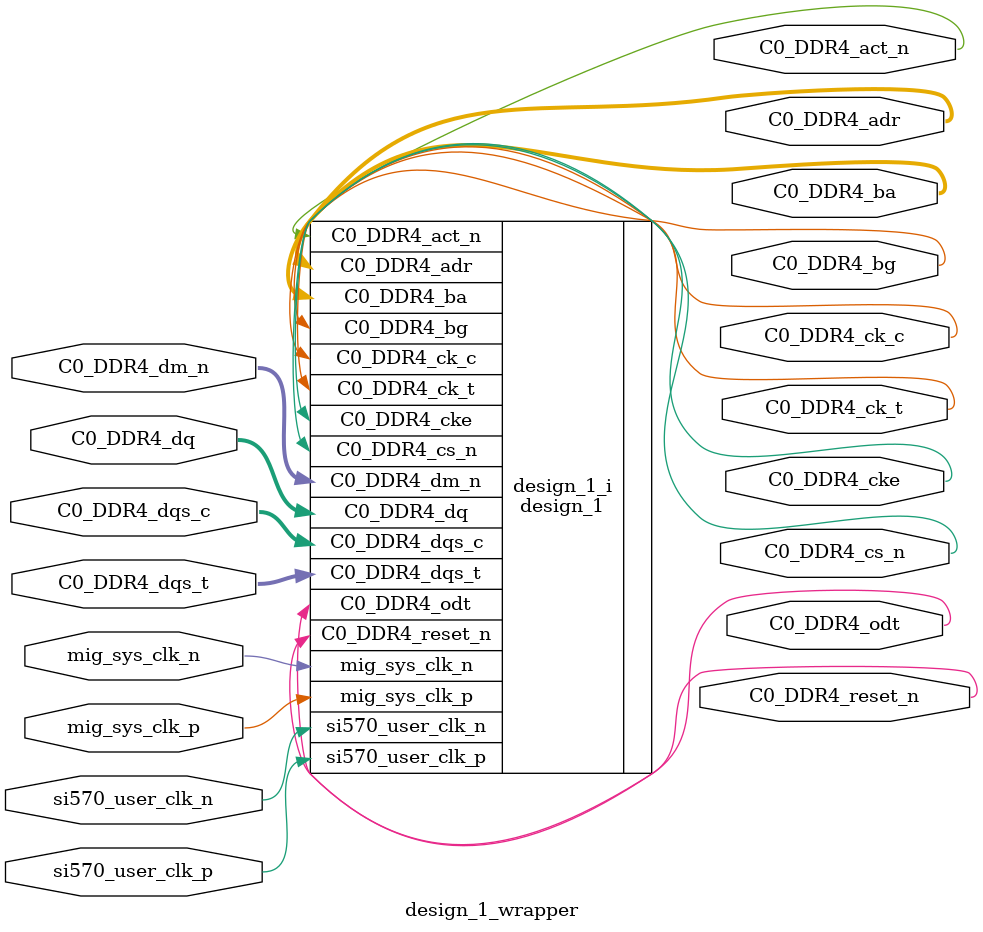
<source format=v>
`timescale 1 ps / 1 ps

module design_1_wrapper
   (C0_DDR4_act_n,
    C0_DDR4_adr,
    C0_DDR4_ba,
    C0_DDR4_bg,
    C0_DDR4_ck_c,
    C0_DDR4_ck_t,
    C0_DDR4_cke,
    C0_DDR4_cs_n,
    C0_DDR4_dm_n,
    C0_DDR4_dq,
    C0_DDR4_dqs_c,
    C0_DDR4_dqs_t,
    C0_DDR4_odt,
    C0_DDR4_reset_n,
    mig_sys_clk_n,
    mig_sys_clk_p,
    si570_user_clk_n,
    si570_user_clk_p);
  output [0:0]C0_DDR4_act_n;
  output [16:0]C0_DDR4_adr;
  output [1:0]C0_DDR4_ba;
  output [0:0]C0_DDR4_bg;
  output [0:0]C0_DDR4_ck_c;
  output [0:0]C0_DDR4_ck_t;
  output [0:0]C0_DDR4_cke;
  output [0:0]C0_DDR4_cs_n;
  inout [7:0]C0_DDR4_dm_n;
  inout [63:0]C0_DDR4_dq;
  inout [7:0]C0_DDR4_dqs_c;
  inout [7:0]C0_DDR4_dqs_t;
  output [0:0]C0_DDR4_odt;
  output [0:0]C0_DDR4_reset_n;
  input [0:0]mig_sys_clk_n;
  input [0:0]mig_sys_clk_p;
  input si570_user_clk_n;
  input si570_user_clk_p;

  wire [0:0]C0_DDR4_act_n;
  wire [16:0]C0_DDR4_adr;
  wire [1:0]C0_DDR4_ba;
  wire [0:0]C0_DDR4_bg;
  wire [0:0]C0_DDR4_ck_c;
  wire [0:0]C0_DDR4_ck_t;
  wire [0:0]C0_DDR4_cke;
  wire [0:0]C0_DDR4_cs_n;
  wire [7:0]C0_DDR4_dm_n;
  wire [63:0]C0_DDR4_dq;
  wire [7:0]C0_DDR4_dqs_c;
  wire [7:0]C0_DDR4_dqs_t;
  wire [0:0]C0_DDR4_odt;
  wire [0:0]C0_DDR4_reset_n;
  wire [0:0]mig_sys_clk_n;
  wire [0:0]mig_sys_clk_p;
  wire si570_user_clk_n;
  wire si570_user_clk_p;

  design_1 design_1_i
       (.C0_DDR4_act_n(C0_DDR4_act_n),
        .C0_DDR4_adr(C0_DDR4_adr),
        .C0_DDR4_ba(C0_DDR4_ba),
        .C0_DDR4_bg(C0_DDR4_bg),
        .C0_DDR4_ck_c(C0_DDR4_ck_c),
        .C0_DDR4_ck_t(C0_DDR4_ck_t),
        .C0_DDR4_cke(C0_DDR4_cke),
        .C0_DDR4_cs_n(C0_DDR4_cs_n),
        .C0_DDR4_dm_n(C0_DDR4_dm_n),
        .C0_DDR4_dq(C0_DDR4_dq),
        .C0_DDR4_dqs_c(C0_DDR4_dqs_c),
        .C0_DDR4_dqs_t(C0_DDR4_dqs_t),
        .C0_DDR4_odt(C0_DDR4_odt),
        .C0_DDR4_reset_n(C0_DDR4_reset_n),
        .mig_sys_clk_n(mig_sys_clk_n),
        .mig_sys_clk_p(mig_sys_clk_p),
        .si570_user_clk_n(si570_user_clk_n),
        .si570_user_clk_p(si570_user_clk_p));
endmodule

</source>
